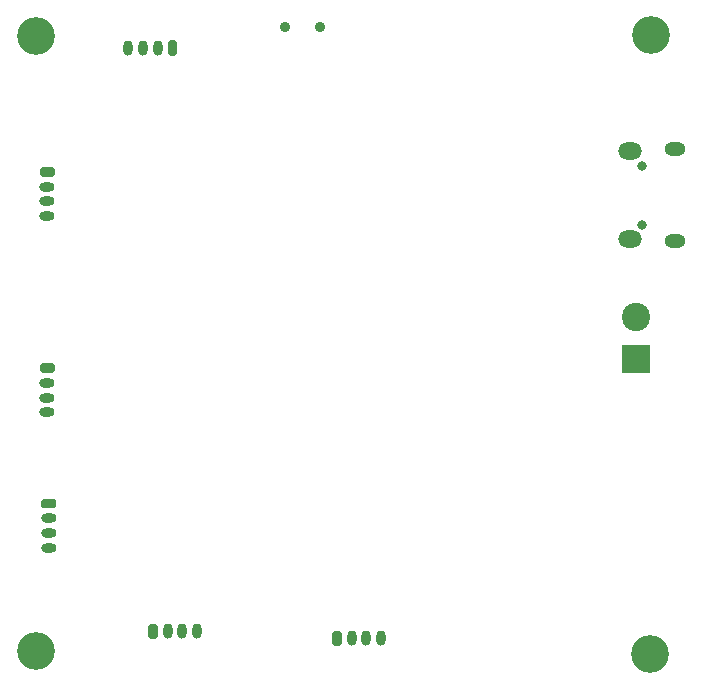
<source format=gbr>
%TF.GenerationSoftware,KiCad,Pcbnew,(5.1.8)-1*%
%TF.CreationDate,2021-01-21T22:43:38-05:00*%
%TF.ProjectId,Sensor Project,53656e73-6f72-4205-9072-6f6a6563742e,rev?*%
%TF.SameCoordinates,Original*%
%TF.FileFunction,Soldermask,Bot*%
%TF.FilePolarity,Negative*%
%FSLAX46Y46*%
G04 Gerber Fmt 4.6, Leading zero omitted, Abs format (unit mm)*
G04 Created by KiCad (PCBNEW (5.1.8)-1) date 2021-01-21 22:43:38*
%MOMM*%
%LPD*%
G01*
G04 APERTURE LIST*
%ADD10O,0.800000X0.800000*%
%ADD11O,1.800000X1.150000*%
%ADD12O,2.000000X1.450000*%
%ADD13C,0.900000*%
%ADD14C,2.400000*%
%ADD15R,2.400000X2.400000*%
%ADD16O,0.800000X1.300000*%
%ADD17O,1.300000X0.800000*%
%ADD18C,3.200000*%
G04 APERTURE END LIST*
D10*
%TO.C,J1*%
X180350000Y-80970000D03*
X180350000Y-85970000D03*
D11*
X183100000Y-79595000D03*
X183100000Y-87345000D03*
D12*
X179300000Y-79745000D03*
X179300000Y-87195000D03*
%TD*%
D13*
%TO.C,SW1*%
X153090000Y-69200000D03*
X150090000Y-69200000D03*
%TD*%
D14*
%TO.C,J2*%
X179860000Y-93830000D03*
D15*
X179860000Y-97330000D03*
%TD*%
D16*
%TO.C,J4*%
X136840000Y-71030000D03*
X138090000Y-71030000D03*
X139340000Y-71030000D03*
G36*
G01*
X140990000Y-70580000D02*
X140990000Y-71480000D01*
G75*
G02*
X140790000Y-71680000I-200000J0D01*
G01*
X140390000Y-71680000D01*
G75*
G02*
X140190000Y-71480000I0J200000D01*
G01*
X140190000Y-70580000D01*
G75*
G02*
X140390000Y-70380000I200000J0D01*
G01*
X140790000Y-70380000D01*
G75*
G02*
X140990000Y-70580000I0J-200000D01*
G01*
G37*
%TD*%
%TO.C,J3*%
X158250000Y-121000000D03*
X157000000Y-121000000D03*
X155750000Y-121000000D03*
G36*
G01*
X154100000Y-121450000D02*
X154100000Y-120550000D01*
G75*
G02*
X154300000Y-120350000I200000J0D01*
G01*
X154700000Y-120350000D01*
G75*
G02*
X154900000Y-120550000I0J-200000D01*
G01*
X154900000Y-121450000D01*
G75*
G02*
X154700000Y-121650000I-200000J0D01*
G01*
X154300000Y-121650000D01*
G75*
G02*
X154100000Y-121450000I0J200000D01*
G01*
G37*
%TD*%
%TO.C,J7*%
X142670000Y-120410000D03*
X141420000Y-120410000D03*
X140170000Y-120410000D03*
G36*
G01*
X138520000Y-120860000D02*
X138520000Y-119960000D01*
G75*
G02*
X138720000Y-119760000I200000J0D01*
G01*
X139120000Y-119760000D01*
G75*
G02*
X139320000Y-119960000I0J-200000D01*
G01*
X139320000Y-120860000D01*
G75*
G02*
X139120000Y-121060000I-200000J0D01*
G01*
X138720000Y-121060000D01*
G75*
G02*
X138520000Y-120860000I0J200000D01*
G01*
G37*
%TD*%
D17*
%TO.C,J6*%
X130100000Y-113340000D03*
X130100000Y-112090000D03*
X130100000Y-110840000D03*
G36*
G01*
X129650000Y-109190000D02*
X130550000Y-109190000D01*
G75*
G02*
X130750000Y-109390000I0J-200000D01*
G01*
X130750000Y-109790000D01*
G75*
G02*
X130550000Y-109990000I-200000J0D01*
G01*
X129650000Y-109990000D01*
G75*
G02*
X129450000Y-109790000I0J200000D01*
G01*
X129450000Y-109390000D01*
G75*
G02*
X129650000Y-109190000I200000J0D01*
G01*
G37*
%TD*%
%TO.C,J8*%
X130000000Y-85250000D03*
X130000000Y-84000000D03*
X130000000Y-82750000D03*
G36*
G01*
X129550000Y-81100000D02*
X130450000Y-81100000D01*
G75*
G02*
X130650000Y-81300000I0J-200000D01*
G01*
X130650000Y-81700000D01*
G75*
G02*
X130450000Y-81900000I-200000J0D01*
G01*
X129550000Y-81900000D01*
G75*
G02*
X129350000Y-81700000I0J200000D01*
G01*
X129350000Y-81300000D01*
G75*
G02*
X129550000Y-81100000I200000J0D01*
G01*
G37*
%TD*%
%TO.C,J9*%
X130000000Y-101870000D03*
X130000000Y-100620000D03*
X130000000Y-99370000D03*
G36*
G01*
X129550000Y-97720000D02*
X130450000Y-97720000D01*
G75*
G02*
X130650000Y-97920000I0J-200000D01*
G01*
X130650000Y-98320000D01*
G75*
G02*
X130450000Y-98520000I-200000J0D01*
G01*
X129550000Y-98520000D01*
G75*
G02*
X129350000Y-98320000I0J200000D01*
G01*
X129350000Y-97920000D01*
G75*
G02*
X129550000Y-97720000I200000J0D01*
G01*
G37*
%TD*%
D18*
%TO.C,H1*%
X129000000Y-122050000D03*
%TD*%
%TO.C,H2*%
X181100000Y-69940000D03*
%TD*%
%TO.C,H3*%
X181000000Y-122300000D03*
%TD*%
%TO.C,H4*%
X129000000Y-70000000D03*
%TD*%
M02*

</source>
